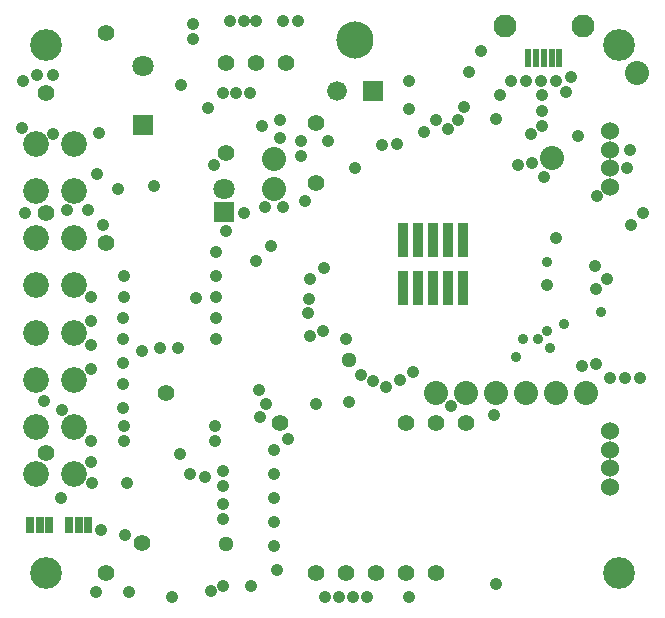
<source format=gbs>
G75*
%MOIN*%
%OFA0B0*%
%FSLAX24Y24*%
%IPPOS*%
%LPD*%
%AMOC8*
5,1,8,0,0,1.08239X$1,22.5*
%
%ADD10C,0.1060*%
%ADD11R,0.0350X0.1160*%
%ADD12R,0.0710X0.0710*%
%ADD13C,0.0710*%
%ADD14C,0.1240*%
%ADD15C,0.0660*%
%ADD16R,0.0660X0.0660*%
%ADD17C,0.0855*%
%ADD18R,0.0310X0.0560*%
%ADD19C,0.0600*%
%ADD20C,0.0800*%
%ADD21R,0.0217X0.0591*%
%ADD22C,0.0769*%
%ADD23C,0.0560*%
%ADD24C,0.0420*%
%ADD25C,0.0360*%
%ADD26C,0.0510*%
D10*
X023700Y022450D03*
X042800Y022450D03*
X042800Y040050D03*
X023700Y040050D03*
D11*
X035600Y033550D03*
X036100Y033550D03*
X036600Y033550D03*
X037100Y033550D03*
X037600Y033550D03*
X037600Y031950D03*
X037100Y031950D03*
X036600Y031950D03*
X036100Y031950D03*
X035600Y031950D03*
D12*
X029650Y034476D03*
X026940Y037366D03*
D13*
X026940Y039334D03*
X029650Y035264D03*
D14*
X034000Y040200D03*
D15*
X033410Y038500D03*
D16*
X034590Y038500D03*
D17*
X024630Y036762D03*
X023370Y036762D03*
X023370Y035187D03*
X024630Y035187D03*
X024630Y033612D03*
X023370Y033612D03*
X023370Y032037D03*
X024630Y032037D03*
X024630Y030463D03*
X023370Y030463D03*
X023370Y028888D03*
X024630Y028888D03*
X024630Y027313D03*
X023370Y027313D03*
X023370Y025738D03*
X024630Y025738D03*
D18*
X024480Y024050D03*
X024800Y024050D03*
X025120Y024050D03*
X023820Y024050D03*
X023500Y024050D03*
X023180Y024050D03*
D19*
X042500Y025320D03*
X042500Y025940D03*
X042500Y026560D03*
X042500Y027180D03*
X042500Y035320D03*
X042500Y035940D03*
X042500Y036560D03*
X042500Y037180D03*
D20*
X043394Y039101D03*
X040565Y036273D03*
X031300Y036250D03*
X031300Y035250D03*
X036700Y028450D03*
X037700Y028450D03*
X038700Y028450D03*
X039700Y028450D03*
X040700Y028450D03*
X041700Y028450D03*
D21*
X040812Y039627D03*
X040556Y039627D03*
X040300Y039627D03*
X040044Y039627D03*
X039788Y039627D03*
D22*
X039001Y040680D03*
X041599Y040680D03*
D23*
X032700Y037450D03*
X032700Y035450D03*
X029700Y036450D03*
X029700Y039450D03*
X030700Y039450D03*
X031700Y039450D03*
X025700Y040450D03*
X023700Y038450D03*
X023700Y034450D03*
X025700Y033450D03*
X027700Y028450D03*
X031500Y027450D03*
X035700Y027450D03*
X036700Y027450D03*
X037700Y027450D03*
X036700Y022450D03*
X035700Y022450D03*
X034700Y022450D03*
X033700Y022450D03*
X032700Y022450D03*
X026900Y023450D03*
X025700Y022450D03*
X023700Y026450D03*
D24*
X025370Y021810D03*
X026470Y021810D03*
X027900Y021660D03*
X029210Y021860D03*
X029600Y022030D03*
X030550Y022030D03*
X031410Y022540D03*
X031310Y023340D03*
X031310Y024140D03*
X031310Y024940D03*
X031310Y025740D03*
X031310Y026540D03*
X031760Y026910D03*
X030830Y027640D03*
X031030Y028070D03*
X030800Y028550D03*
X029350Y027350D03*
X029340Y026850D03*
X029620Y025860D03*
X029620Y025360D03*
X029620Y024760D03*
X029620Y024260D03*
X029000Y025650D03*
X028500Y025750D03*
X028160Y026410D03*
X026300Y026850D03*
X026300Y027350D03*
X026260Y027940D03*
X026260Y028740D03*
X026260Y029440D03*
X026900Y029850D03*
X027500Y029950D03*
X028100Y029950D03*
X029380Y030250D03*
X029380Y030950D03*
X029380Y031650D03*
X028700Y031620D03*
X029380Y032350D03*
X029380Y033160D03*
X029690Y033850D03*
X030310Y034440D03*
X030990Y034650D03*
X031590Y034650D03*
X032350Y034850D03*
X031190Y033350D03*
X030690Y032850D03*
X032500Y032250D03*
X032960Y032600D03*
X032460Y031580D03*
X032450Y031120D03*
X032500Y030350D03*
X032950Y030510D03*
X033700Y030240D03*
X034200Y029050D03*
X034600Y028850D03*
X035030Y028650D03*
X035500Y028880D03*
X035930Y029160D03*
X037210Y028030D03*
X038650Y027700D03*
X041560Y029350D03*
X042050Y029400D03*
X042500Y028950D03*
X043000Y028950D03*
X043500Y028950D03*
X042050Y031920D03*
X042400Y032250D03*
X042010Y032680D03*
X040420Y032050D03*
X040690Y033620D03*
X042060Y035000D03*
X043060Y035940D03*
X043160Y036540D03*
X041450Y037000D03*
X040310Y035660D03*
X039890Y036110D03*
X039440Y036060D03*
X039860Y037070D03*
X040240Y037360D03*
X040240Y037860D03*
X040240Y038390D03*
X040200Y038850D03*
X040700Y038850D03*
X041040Y038490D03*
X041200Y038990D03*
X039697Y038850D03*
X039200Y038850D03*
X038830Y038390D03*
X038720Y037580D03*
X037650Y037990D03*
X037440Y037560D03*
X037100Y037250D03*
X036700Y037550D03*
X036320Y037150D03*
X035820Y037930D03*
X035800Y038850D03*
X037800Y039150D03*
X038200Y039850D03*
X035400Y036750D03*
X034920Y036730D03*
X033990Y035960D03*
X033100Y036850D03*
X032190Y036850D03*
X032200Y036350D03*
X031490Y036950D03*
X031490Y037550D03*
X030900Y037350D03*
X030490Y038450D03*
X030050Y038450D03*
X029620Y038450D03*
X029100Y037950D03*
X028210Y038720D03*
X028600Y040250D03*
X028600Y040750D03*
X029850Y040850D03*
X030290Y040850D03*
X030720Y040850D03*
X031600Y040850D03*
X032100Y040850D03*
X029310Y036050D03*
X027290Y035350D03*
X026100Y035250D03*
X025400Y035750D03*
X025100Y034550D03*
X024400Y034550D03*
X025600Y034050D03*
X026300Y032350D03*
X026300Y031650D03*
X026260Y030940D03*
X026260Y030240D03*
X025200Y030050D03*
X025200Y029250D03*
X025200Y030850D03*
X025200Y031650D03*
X023000Y034450D03*
X023950Y037090D03*
X022910Y037270D03*
X022930Y038850D03*
X023420Y039040D03*
X023950Y039040D03*
X025480Y037110D03*
X023630Y028180D03*
X024230Y027880D03*
X025200Y026850D03*
X025200Y026150D03*
X025240Y025450D03*
X024200Y024950D03*
X025540Y023890D03*
X026340Y023730D03*
X026400Y025450D03*
X032720Y028080D03*
X033800Y028140D03*
X038700Y022090D03*
X035800Y021650D03*
X034420Y021650D03*
X033950Y021650D03*
X033470Y021650D03*
X033000Y021650D03*
X043200Y034040D03*
X043600Y034460D03*
D25*
X040420Y032830D03*
X040970Y030750D03*
X040420Y030530D03*
X040100Y030250D03*
X039600Y030250D03*
X039380Y029660D03*
X040520Y029950D03*
X042200Y031150D03*
D26*
X033800Y029550D03*
X029690Y023420D03*
M02*

</source>
